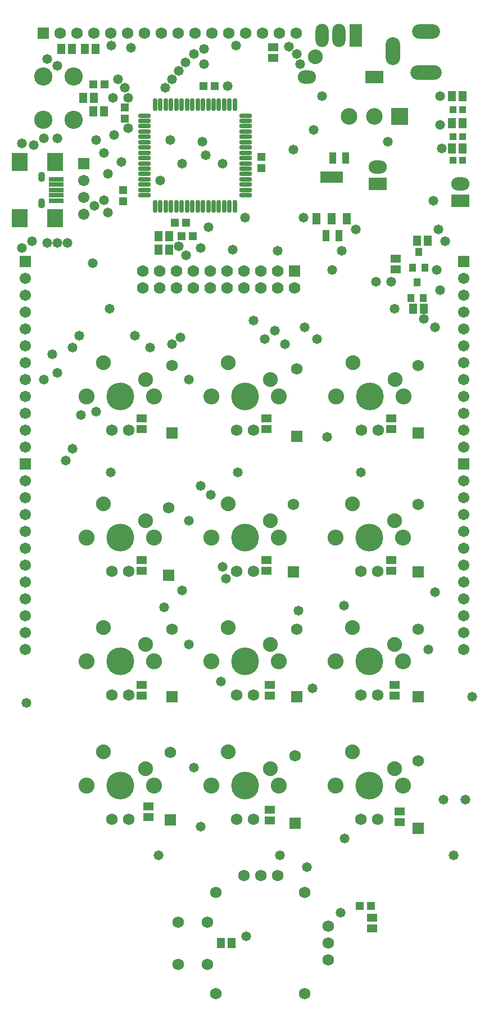
<source format=gts>
%FSLAX25Y25*%
%MOIN*%
G70*
G01*
G75*
G04 Layer_Color=8388736*
%ADD10R,0.03543X0.04331*%
%ADD11R,0.03900X0.05900*%
%ADD12R,0.12900X0.05900*%
%ADD13R,0.03937X0.05118*%
%ADD14R,0.03900X0.04300*%
%ADD15R,0.03150X0.03150*%
%ADD16R,0.08661X0.09843*%
%ADD17R,0.07874X0.01969*%
%ADD18O,0.02165X0.06890*%
%ADD19O,0.06890X0.02165*%
%ADD20R,0.03150X0.06299*%
%ADD21R,0.04300X0.03900*%
%ADD22R,0.05118X0.03937*%
%ADD23C,0.00800*%
%ADD24C,0.02000*%
%ADD25C,0.02500*%
%ADD26C,0.01000*%
%ADD27C,0.01200*%
%ADD28C,0.10000*%
%ADD29C,0.09055*%
%ADD30R,0.09055X0.09055*%
%ADD31O,0.17716X0.07874*%
%ADD32O,0.15748X0.07874*%
%ADD33O,0.07874X0.15748*%
%ADD34C,0.05906*%
%ADD35C,0.05906*%
%ADD36C,0.06000*%
%ADD37O,0.07000X0.13000*%
%ADD38C,0.08000*%
%ADD39R,0.07000X0.13000*%
%ADD40C,0.06200*%
%ADD41R,0.06200X0.06200*%
%ADD42R,0.05906X0.05906*%
%ADD43R,0.06000X0.06000*%
%ADD44C,0.03543*%
%ADD45R,0.10000X0.07000*%
%ADD46O,0.10000X0.07000*%
%ADD47C,0.08700*%
%ADD48C,0.15700*%
%ADD49R,0.10000X0.07000*%
%ADD50C,0.05000*%
%ADD51C,0.00984*%
%ADD52C,0.02362*%
%ADD53C,0.00787*%
%ADD54C,0.00591*%
%ADD55R,0.04343X0.05131*%
%ADD56R,0.04700X0.06700*%
%ADD57R,0.13700X0.06700*%
%ADD58R,0.04737X0.05918*%
%ADD59R,0.04700X0.05100*%
%ADD60R,0.03950X0.03950*%
%ADD61R,0.09461X0.10642*%
%ADD62R,0.08674X0.02769*%
%ADD63O,0.02965X0.07690*%
%ADD64O,0.07690X0.02965*%
%ADD65R,0.03950X0.07099*%
%ADD66R,0.05100X0.04700*%
%ADD67R,0.05918X0.04737*%
%ADD68C,0.10800*%
%ADD69C,0.09855*%
%ADD70R,0.09855X0.09855*%
%ADD71O,0.18517X0.08674*%
%ADD72O,0.16548X0.08674*%
%ADD73O,0.08674X0.16548*%
%ADD74C,0.06706*%
%ADD75C,0.06706*%
%ADD76C,0.06800*%
%ADD77O,0.07800X0.13800*%
%ADD78C,0.08800*%
%ADD79R,0.07800X0.13800*%
%ADD80C,0.07000*%
%ADD81R,0.07000X0.07000*%
%ADD82R,0.06706X0.06706*%
%ADD83R,0.06800X0.06800*%
%ADD84C,0.04343*%
%ADD85R,0.10800X0.07800*%
%ADD86O,0.10800X0.07800*%
%ADD87C,0.09500*%
%ADD88C,0.16500*%
%ADD89R,0.10800X0.07800*%
%ADD90C,0.05800*%
D55*
X443500Y548500D02*
D03*
X450980D02*
D03*
X447240Y557791D02*
D03*
X444500Y566500D02*
D03*
X451980D02*
D03*
X448240Y575791D02*
D03*
D56*
X387500Y595500D02*
D03*
X405500D02*
D03*
X396500D02*
D03*
D57*
Y620300D02*
D03*
D58*
X330850Y166000D02*
D03*
X337150D02*
D03*
X293850Y577000D02*
D03*
X300150D02*
D03*
X447350Y582500D02*
D03*
X453650D02*
D03*
X300150Y585000D02*
D03*
X293850D02*
D03*
X467850Y637000D02*
D03*
X474150D02*
D03*
X467850Y652000D02*
D03*
X474150D02*
D03*
X467850Y668000D02*
D03*
X474150D02*
D03*
X451150Y542000D02*
D03*
X444850D02*
D03*
X255350Y659000D02*
D03*
X261650D02*
D03*
X255650Y667000D02*
D03*
X249350D02*
D03*
X242650Y696000D02*
D03*
X236350D02*
D03*
X256650D02*
D03*
X250350D02*
D03*
D59*
X419800Y188000D02*
D03*
X413100D02*
D03*
X255200Y675000D02*
D03*
X261900D02*
D03*
X327300Y674000D02*
D03*
X320600D02*
D03*
X310300Y593000D02*
D03*
X303600D02*
D03*
X314300Y585000D02*
D03*
X307600D02*
D03*
D60*
X468555Y660000D02*
D03*
X474067D02*
D03*
X468555Y630000D02*
D03*
X474067D02*
D03*
X468555Y644000D02*
D03*
X474067D02*
D03*
D61*
X232374Y629035D02*
D03*
X211508D02*
D03*
X232374Y595965D02*
D03*
X211508D02*
D03*
D62*
X233358Y606201D02*
D03*
Y609350D02*
D03*
Y612500D02*
D03*
Y615650D02*
D03*
Y618799D02*
D03*
D63*
X339122Y602882D02*
D03*
X335972D02*
D03*
X332823D02*
D03*
X329673D02*
D03*
X326524D02*
D03*
X323374D02*
D03*
X320224D02*
D03*
X317075D02*
D03*
X313925D02*
D03*
X310776D02*
D03*
X307626D02*
D03*
X304476D02*
D03*
X301327D02*
D03*
X298177D02*
D03*
X295028D02*
D03*
X291878D02*
D03*
Y663118D02*
D03*
X295028D02*
D03*
X298177D02*
D03*
X301327D02*
D03*
X304476D02*
D03*
X307626D02*
D03*
X310776D02*
D03*
X313925D02*
D03*
X317075D02*
D03*
X320224D02*
D03*
X323374D02*
D03*
X326524D02*
D03*
X329673D02*
D03*
X332823D02*
D03*
X335972D02*
D03*
X339122D02*
D03*
D64*
X285382Y609378D02*
D03*
Y612528D02*
D03*
Y615677D02*
D03*
Y618827D02*
D03*
Y621976D02*
D03*
Y625126D02*
D03*
Y628276D02*
D03*
Y631425D02*
D03*
Y634575D02*
D03*
Y637724D02*
D03*
Y640874D02*
D03*
Y644024D02*
D03*
Y647173D02*
D03*
Y650323D02*
D03*
Y653472D02*
D03*
Y656622D02*
D03*
X345618D02*
D03*
Y653472D02*
D03*
Y650323D02*
D03*
Y647173D02*
D03*
Y644024D02*
D03*
Y640874D02*
D03*
Y637724D02*
D03*
Y634575D02*
D03*
Y631425D02*
D03*
Y628276D02*
D03*
Y625126D02*
D03*
Y621976D02*
D03*
Y618827D02*
D03*
Y615677D02*
D03*
Y612528D02*
D03*
Y609378D02*
D03*
D65*
X404937Y631500D02*
D03*
X397063D02*
D03*
X393063Y585500D02*
D03*
X400937D02*
D03*
D66*
X273000Y605700D02*
D03*
Y612400D02*
D03*
X274000Y654700D02*
D03*
Y661400D02*
D03*
X355000Y632300D02*
D03*
Y625600D02*
D03*
D67*
X434500Y571650D02*
D03*
Y565350D02*
D03*
X288000Y247150D02*
D03*
Y240850D02*
D03*
X360000Y245150D02*
D03*
Y238850D02*
D03*
X437000Y244150D02*
D03*
Y237850D02*
D03*
X284000Y319150D02*
D03*
Y312850D02*
D03*
X360000Y319150D02*
D03*
Y312850D02*
D03*
X284000Y393150D02*
D03*
Y386850D02*
D03*
X434000Y319150D02*
D03*
Y312850D02*
D03*
X358000Y393150D02*
D03*
Y386850D02*
D03*
X432000Y393150D02*
D03*
Y386850D02*
D03*
X284000Y477150D02*
D03*
Y470850D02*
D03*
X358000Y477150D02*
D03*
Y470850D02*
D03*
X432000Y477150D02*
D03*
Y470850D02*
D03*
X362000Y697150D02*
D03*
Y690850D02*
D03*
X420500Y181150D02*
D03*
Y174850D02*
D03*
D68*
X225700Y654200D02*
D03*
X243400D02*
D03*
X225700Y679800D02*
D03*
X243400D02*
D03*
D69*
X407000Y656000D02*
D03*
X422000D02*
D03*
D70*
X437000D02*
D03*
D71*
X452500Y682063D02*
D03*
D72*
Y706472D02*
D03*
D73*
X432815Y694661D02*
D03*
D74*
X457421Y682063D02*
D03*
X447579D02*
D03*
D75*
X448563Y706472D02*
D03*
X456437D02*
D03*
X432815Y690724D02*
D03*
Y698598D02*
D03*
X249500Y598000D02*
D03*
Y608000D02*
D03*
Y618000D02*
D03*
X475000Y460000D02*
D03*
Y470000D02*
D03*
Y480000D02*
D03*
Y490000D02*
D03*
Y500000D02*
D03*
Y510000D02*
D03*
Y520000D02*
D03*
Y530000D02*
D03*
Y540000D02*
D03*
Y550000D02*
D03*
Y560000D02*
D03*
Y340000D02*
D03*
Y350000D02*
D03*
Y360000D02*
D03*
Y370000D02*
D03*
Y380000D02*
D03*
Y390000D02*
D03*
Y400000D02*
D03*
Y410000D02*
D03*
Y420000D02*
D03*
Y430000D02*
D03*
Y440000D02*
D03*
X215000Y340000D02*
D03*
Y350000D02*
D03*
Y360000D02*
D03*
Y370000D02*
D03*
Y380000D02*
D03*
Y390000D02*
D03*
Y400000D02*
D03*
Y410000D02*
D03*
Y420000D02*
D03*
Y430000D02*
D03*
Y440000D02*
D03*
Y460000D02*
D03*
Y470000D02*
D03*
Y480000D02*
D03*
Y490000D02*
D03*
Y500000D02*
D03*
Y510000D02*
D03*
Y520000D02*
D03*
Y530000D02*
D03*
Y540000D02*
D03*
Y550000D02*
D03*
Y560000D02*
D03*
D76*
X394500Y156000D02*
D03*
X364500Y206000D02*
D03*
X354500D02*
D03*
X344500D02*
D03*
X305500Y178500D02*
D03*
Y153500D02*
D03*
X323000Y178500D02*
D03*
Y153500D02*
D03*
X380500Y196000D02*
D03*
Y136000D02*
D03*
X328000D02*
D03*
Y196000D02*
D03*
X394500Y166000D02*
D03*
Y176000D02*
D03*
X235500Y705400D02*
D03*
X245500D02*
D03*
X255500D02*
D03*
X265500D02*
D03*
X275500D02*
D03*
X285500D02*
D03*
X295500D02*
D03*
X305500D02*
D03*
X315500D02*
D03*
X325500D02*
D03*
X335500D02*
D03*
X345500D02*
D03*
X355500D02*
D03*
X365500D02*
D03*
X375500D02*
D03*
X448000Y508500D02*
D03*
X424250Y470000D02*
D03*
X414250D02*
D03*
X301000Y279000D02*
D03*
X375000Y277000D02*
D03*
X448000Y274000D02*
D03*
X302000Y352000D02*
D03*
X376000D02*
D03*
X300000Y424000D02*
D03*
X448000Y352000D02*
D03*
X374000Y426000D02*
D03*
X448000D02*
D03*
X302000Y508500D02*
D03*
X376000Y506500D02*
D03*
X276250Y239500D02*
D03*
X266250D02*
D03*
X350250D02*
D03*
X340250D02*
D03*
X424000D02*
D03*
X414000D02*
D03*
X276250Y313000D02*
D03*
X266250D02*
D03*
X350250D02*
D03*
X340250D02*
D03*
X276250Y386500D02*
D03*
X266250D02*
D03*
X424000Y313000D02*
D03*
X414000D02*
D03*
X350250Y386500D02*
D03*
X340250D02*
D03*
X424000D02*
D03*
X414000D02*
D03*
X276250Y470000D02*
D03*
X266250D02*
D03*
X350250D02*
D03*
X340250D02*
D03*
D77*
X401000Y704000D02*
D03*
X391000D02*
D03*
D78*
X386800Y691600D02*
D03*
X409250Y510000D02*
D03*
X434250Y500000D02*
D03*
X261250Y279500D02*
D03*
X286250Y269500D02*
D03*
X335250Y279500D02*
D03*
X360250Y269500D02*
D03*
X409000Y279500D02*
D03*
X434000Y269500D02*
D03*
X261250Y353000D02*
D03*
X286250Y343000D02*
D03*
X335250Y353000D02*
D03*
X360250Y343000D02*
D03*
X261250Y426500D02*
D03*
X286250Y416500D02*
D03*
X409000Y353000D02*
D03*
X434000Y343000D02*
D03*
X335250Y426500D02*
D03*
X360250Y416500D02*
D03*
X409000Y426500D02*
D03*
X434000Y416500D02*
D03*
X261250Y510000D02*
D03*
X286250Y500000D02*
D03*
X335250Y510000D02*
D03*
X360250Y500000D02*
D03*
D79*
X411000Y704000D02*
D03*
D80*
X284500Y554500D02*
D03*
X294500D02*
D03*
X304500D02*
D03*
X284500Y564500D02*
D03*
X294500D02*
D03*
X304500D02*
D03*
X314500Y554500D02*
D03*
X324500D02*
D03*
X334500D02*
D03*
X314500Y564500D02*
D03*
X324500D02*
D03*
X334500D02*
D03*
X344500Y554500D02*
D03*
Y564500D02*
D03*
X354500Y554500D02*
D03*
Y564500D02*
D03*
X364500Y554500D02*
D03*
Y564500D02*
D03*
X374500Y554500D02*
D03*
D81*
Y564500D02*
D03*
D82*
X249500Y628000D02*
D03*
X475000Y570000D02*
D03*
Y450000D02*
D03*
X215000D02*
D03*
Y570000D02*
D03*
D83*
X225500Y705400D02*
D03*
X448000Y468500D02*
D03*
X301000Y239000D02*
D03*
X375000Y237000D02*
D03*
X448000Y234000D02*
D03*
X302000Y312000D02*
D03*
X376000D02*
D03*
X300000Y384000D02*
D03*
X448000Y312000D02*
D03*
X374000Y386000D02*
D03*
X448000D02*
D03*
X302000Y468500D02*
D03*
X376000Y466500D02*
D03*
D84*
X224500Y605610D02*
D03*
Y619390D02*
D03*
Y621161D02*
D03*
Y603839D02*
D03*
D85*
X422000Y679500D02*
D03*
D86*
X382000D02*
D03*
X473000Y616000D02*
D03*
X424000Y626000D02*
D03*
D87*
X399250Y490000D02*
D03*
X439250D02*
D03*
X251250Y259500D02*
D03*
X291250D02*
D03*
X325250D02*
D03*
X365250D02*
D03*
X399000D02*
D03*
X439000D02*
D03*
X251250Y333000D02*
D03*
X291250D02*
D03*
X325250D02*
D03*
X365250D02*
D03*
X251250Y406500D02*
D03*
X291250D02*
D03*
X399000Y333000D02*
D03*
X439000D02*
D03*
X325250Y406500D02*
D03*
X365250D02*
D03*
X399000D02*
D03*
X439000D02*
D03*
X251250Y490000D02*
D03*
X291250D02*
D03*
X325250D02*
D03*
X365250D02*
D03*
D88*
X419250D02*
D03*
X271250Y259500D02*
D03*
X345250D02*
D03*
X419000D02*
D03*
X271250Y333000D02*
D03*
X345250D02*
D03*
X271250Y406500D02*
D03*
X419000Y333000D02*
D03*
X345250Y406500D02*
D03*
X419000D02*
D03*
X271250Y490000D02*
D03*
X345250D02*
D03*
D89*
X473000Y606000D02*
D03*
X424000Y616000D02*
D03*
D90*
X414000Y445000D02*
D03*
X341000D02*
D03*
X265700D02*
D03*
X306000Y579000D02*
D03*
X301000Y642000D02*
D03*
X338000Y577000D02*
D03*
X319000Y578000D02*
D03*
X310200Y573800D02*
D03*
X380000Y596000D02*
D03*
X345236D02*
D03*
X265000Y542000D02*
D03*
X266000Y698000D02*
D03*
X270000Y678000D02*
D03*
X267000Y667000D02*
D03*
X267700Y645300D02*
D03*
X340000Y698000D02*
D03*
X277700Y696700D02*
D03*
X302000Y678000D02*
D03*
X298000Y673000D02*
D03*
X276000Y667000D02*
D03*
Y649000D02*
D03*
X394000Y466000D02*
D03*
X382000Y211000D02*
D03*
X320000Y641000D02*
D03*
X430000D02*
D03*
X378000Y687000D02*
D03*
X321000D02*
D03*
X376000Y693000D02*
D03*
X371359Y697562D02*
D03*
X321000Y696000D02*
D03*
X315000Y693000D02*
D03*
X228000Y581000D02*
D03*
X306000Y683000D02*
D03*
X310000Y688000D02*
D03*
X247000Y526000D02*
D03*
X280000D02*
D03*
X243000Y519000D02*
D03*
X289000D02*
D03*
X332000Y389000D02*
D03*
X330800Y321200D02*
D03*
X319000Y235000D02*
D03*
X315000Y270000D02*
D03*
X312000Y500000D02*
D03*
Y416500D02*
D03*
Y343000D02*
D03*
X323374Y590374D02*
D03*
X385200Y317200D02*
D03*
X402600Y576400D02*
D03*
X364600D02*
D03*
X307000Y525000D02*
D03*
X350200Y535200D02*
D03*
X274000Y673000D02*
D03*
X454000Y340000D02*
D03*
X480000Y312000D02*
D03*
X215400Y308600D02*
D03*
X297100Y365100D02*
D03*
X308000Y375200D02*
D03*
X334000Y382000D02*
D03*
X363000Y529000D02*
D03*
X357000Y524000D02*
D03*
X302000Y521000D02*
D03*
X377000Y363000D02*
D03*
X403800Y366000D02*
D03*
X404100Y228000D02*
D03*
X458000Y531000D02*
D03*
Y374000D02*
D03*
X325000Y431700D02*
D03*
X319000Y437000D02*
D03*
X243000Y459000D02*
D03*
X248000Y479000D02*
D03*
X256800Y481000D02*
D03*
X234000Y504000D02*
D03*
X231000Y515000D02*
D03*
X451150Y536150D02*
D03*
X388000Y524000D02*
D03*
X369000Y521000D02*
D03*
X380669Y531299D02*
D03*
X434000Y542000D02*
D03*
X423000Y558000D02*
D03*
X432000D02*
D03*
X464000Y582000D02*
D03*
X294000Y218000D02*
D03*
X469000D02*
D03*
X366000D02*
D03*
X374000Y636565D02*
D03*
X272000Y629000D02*
D03*
X411000Y589000D02*
D03*
X460000D02*
D03*
X457000Y606000D02*
D03*
X397000Y565000D02*
D03*
X463000Y251000D02*
D03*
X476000D02*
D03*
X335000Y674000D02*
D03*
X391000Y668000D02*
D03*
X240000Y581000D02*
D03*
X234000D02*
D03*
X228000Y690000D02*
D03*
X234000Y643000D02*
D03*
X261425Y634575D02*
D03*
X257000Y642000D02*
D03*
X234000Y686000D02*
D03*
X459000Y565000D02*
D03*
X220000Y639000D02*
D03*
X461000Y553000D02*
D03*
X295000Y618000D02*
D03*
X308000Y628000D02*
D03*
X322000Y633000D02*
D03*
X332000Y628000D02*
D03*
X255000Y569000D02*
D03*
X256000Y603000D02*
D03*
X264000Y599000D02*
D03*
X264024Y621976D02*
D03*
X261425Y606425D02*
D03*
X219000Y582000D02*
D03*
X226000Y643000D02*
D03*
X213000Y640000D02*
D03*
Y578000D02*
D03*
X226000Y500000D02*
D03*
X239000Y452000D02*
D03*
X461000Y651000D02*
D03*
Y668000D02*
D03*
X462000Y637000D02*
D03*
X386000Y648000D02*
D03*
X402000Y184000D02*
D03*
X346000Y170000D02*
D03*
M02*

</source>
